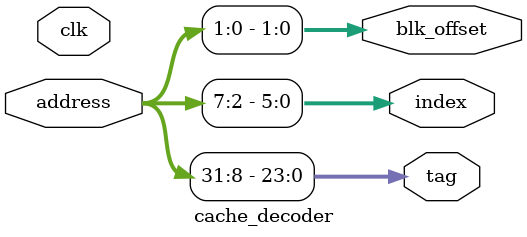
<source format=sv>
module cache_decoder(clk, address, tag, index, blk_offset);
    input logic clk;
    input logic [31:0] address;
    output logic [23:0] tag;
    output logic [5:0] index;
    output logic [1:0] blk_offset;
    
    
    assign tag = address[31:8];
    assign index = address[7:2];
    assign blk_offset = address[1:0];
    

endmodule

</source>
